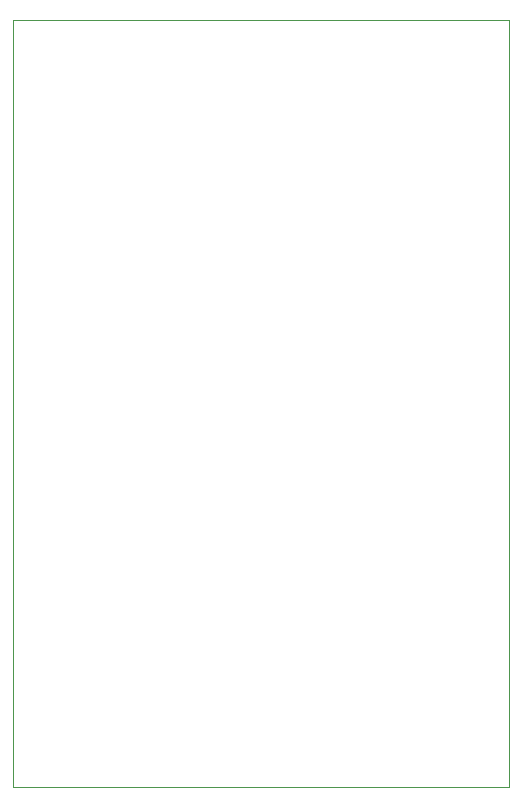
<source format=gbr>
%TF.GenerationSoftware,KiCad,Pcbnew,8.0.4*%
%TF.CreationDate,2024-08-04T23:06:54+09:00*%
%TF.ProjectId,sdvx,73647678-2e6b-4696-9361-645f70636258,rev?*%
%TF.SameCoordinates,Original*%
%TF.FileFunction,Profile,NP*%
%FSLAX46Y46*%
G04 Gerber Fmt 4.6, Leading zero omitted, Abs format (unit mm)*
G04 Created by KiCad (PCBNEW 8.0.4) date 2024-08-04 23:06:54*
%MOMM*%
%LPD*%
G01*
G04 APERTURE LIST*
%TA.AperFunction,Profile*%
%ADD10C,0.050000*%
%TD*%
G04 APERTURE END LIST*
D10*
X123000000Y-59000000D02*
X165000000Y-59000000D01*
X165000000Y-124000000D01*
X123000000Y-124000000D01*
X123000000Y-59000000D01*
M02*

</source>
